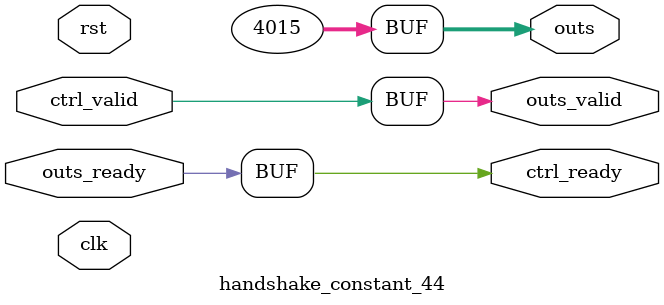
<source format=v>
`timescale 1ns / 1ps
module handshake_constant_44 #(
  parameter DATA_WIDTH = 32  // Default set to 32 bits
) (
  input                       clk,
  input                       rst,
  // Input Channel
  input                       ctrl_valid,
  output                      ctrl_ready,
  // Output Channel
  output [DATA_WIDTH - 1 : 0] outs,
  output                      outs_valid,
  input                       outs_ready
);
  assign outs       = 12'b111110101111;
  assign outs_valid = ctrl_valid;
  assign ctrl_ready = outs_ready;

endmodule

</source>
